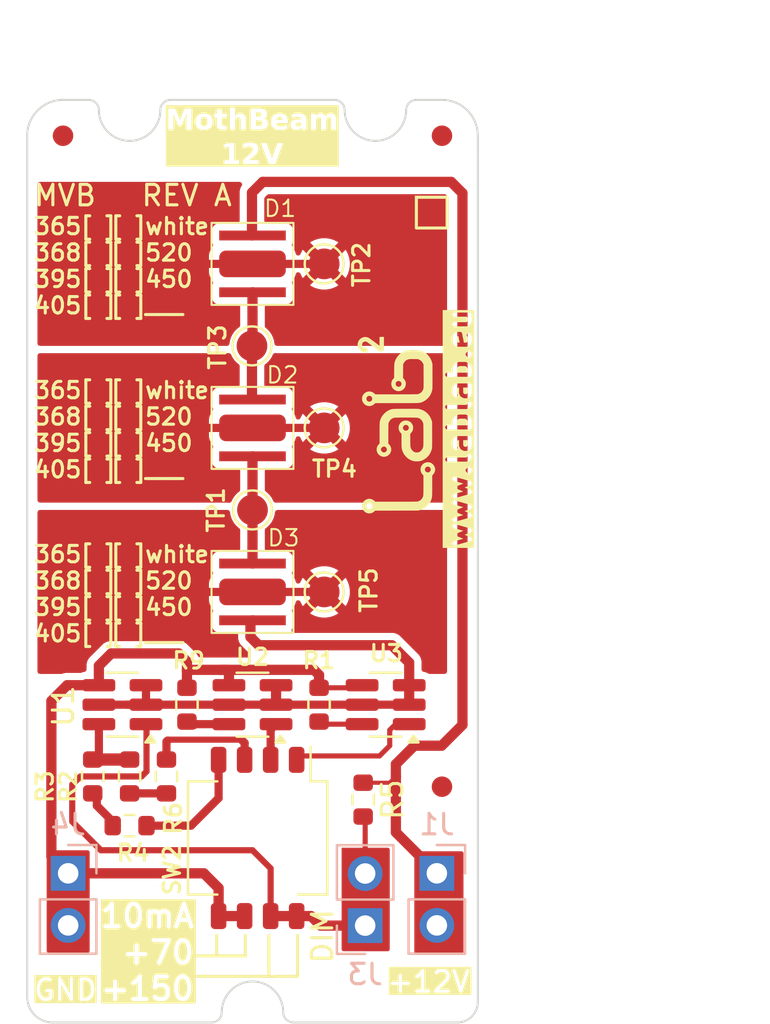
<source format=kicad_pcb>
(kicad_pcb (version 20241229) (generator "pcbnew") (generator_version "9.0")
  (layers (0 "F.Cu" signal) (2 "B.Cu" signal) (13 "F.Paste" user) (15 "B.Paste" user) (5 "F.SilkS" user "F.Silkscreen") (7 "B.SilkS" user "B.Silkscreen") (1 "F.Mask" user) (3 "B.Mask" user) (25 "Edge.Cuts" user))
  (net 0 "")
  (net 1 "/LED-")
  (net 2 "Net-(D1-K)")
  (net 3 "Net-(D2-K)")
  (net 4 "Net-(U3-REXT)")
  (net 5 "/LED+")
  (net 6 "EN")
  (net 7 "GND")
  (net 8 "Net-(R4-Pad2)")
  (net 9 "Net-(U1-REXT)")
  (net 10 "Net-(U2-REXT)")
  (net 11 "/T1")
  (net 12 "/T2")
  (net 13 "/T3")
  (net 14 "Net-(R6-Pad2)")
  (net 15 "Net-(R2-Pad2)")
  (net 16 "Net-(R3-Pad2)")
  (net 17 "Net-(U2-EN)")
  (net 18 "Net-(U3-EN)")
  (footprint "Fiducial:Fiducial_1mm_Mask3mm" (layer "F.Cu") (at 124.25 31.75)
    (property "Reference" "FID3" (hide yes))
    (property "Value" "Fiducial")
    (pad "" smd circle (at 0 0) (size 1 1) (layers "F.Cu" "F.Mask"))
  )
  (footprint "Button_Switch_SMD:SW_DIP_SPSTx04_Slide_KingTek_DSHP04TS_W7.62mm_P1.27mm" (layer "F.Cu") (at 115.25 66 -90)
    (property "Reference" "SW2" (at 1.561519 4.176252 270) (layer "F.SilkS") (effects (font (size 0.8 0.8))))
    (property "Value" "SW_DIP_x04")
    (pad "1" smd roundrect (at -3.81 -1.905 270) (size 1.27 0.76) (layers "F.Cu" "F.Mask" "F.Paste") (net 18 "Net-(U3-EN)"))
    (pad "2" smd roundrect (at -3.81 -0.635 270) (size 1.27 0.76) (layers "F.Cu" "F.Mask" "F.Paste") (net 17 "Net-(U2-EN)"))
    (pad "3" smd roundrect (at -3.81 0.635 270) (size 1.27 0.76) (layers "F.Cu" "F.Mask" "F.Paste") (net 14 "Net-(R6-Pad2)"))
    (pad "4" smd roundrect (at -3.81 1.905 270) (size 1.27 0.76) (layers "F.Cu" "F.Mask" "F.Paste") (net 8 "Net-(R4-Pad2)"))
    (pad "5" smd roundrect (at 3.81 1.905 270) (size 1.27 0.76) (layers "F.Cu" "F.Mask" "F.Paste") (net 7 "GND"))
    (pad "6" smd roundrect (at 3.81 0.635 270) (size 1.27 0.76) (layers "F.Cu" "F.Mask" "F.Paste") (net 7 "GND"))
    (pad "7" smd roundrect (at 3.81 -0.635 270) (size 1.27 0.76) (layers "F.Cu" "F.Mask" "F.Paste") (net 6 "EN"))
    (pad "8" smd roundrect (at 3.81 -1.905 270) (size 1.27 0.76) (layers "F.Cu" "F.Mask" "F.Paste") (net 6 "EN"))
  )
  (footprint "Resistor_SMD:R_0603_1608Metric" (layer "F.Cu") (at 110.8 63 90)
    (property "Reference" "R6" (at -2.045853 0.332594 90) (layer "F.SilkS") (effects (font (size 0.8 0.8))))
    (property "Value" "5.1 1/3 W")
    (pad "1" smd roundrect (at -0.825 0 90) (size 0.8 0.95) (layers "F.Cu" "F.Mask" "F.Paste") (net 15 "Net-(R2-Pad2)"))
    (pad "2" smd roundrect (at 0.825 0 90) (size 0.8 0.95) (layers "F.Cu" "F.Mask" "F.Paste") (net 14 "Net-(R6-Pad2)"))
  )
  (footprint "Resistor_SMD:R_0603_1608Metric" (layer "F.Cu") (at 111.8 59.5 90)
    (property "Reference" "R9" (at 2.148261 0.08288 180) (layer "F.SilkS") (effects (font (size 0.8 0.8))))
    (property "Value" "5.1 1/3 W")
    (pad "1" smd roundrect (at -0.825 0 90) (size 0.8 0.95) (layers "F.Cu" "F.Mask" "F.Paste") (net 10 "Net-(U2-REXT)"))
    (pad "2" smd roundrect (at 0.825 0 90) (size 0.8 0.95) (layers "F.Cu" "F.Mask" "F.Paste") (net 7 "GND"))
  )
  (footprint "TestPoint:TestPoint_Pad_D1.5mm" (layer "F.Cu") (at 115 50)
    (property "Reference" "TP1" (at -1.780092 -0.000573 90) (layer "F.SilkS") (effects (font (size 0.8 0.8))))
    (property "Value" "LED2+")
    (pad "1" smd circle (at 0 0) (size 1.5 1.5) (layers "F.Cu" "F.Mask") (net 3 "Net-(D2-K)"))
  )
  (footprint "Fiducial:Fiducial_1mm_Mask3mm" (layer "F.Cu") (at 105.75 31.75)
    (property "Reference" "FID2" (hide yes))
    (property "Value" "Fiducial")
    (pad "" smd circle (at 0 0) (size 1 1) (layers "F.Cu" "F.Mask"))
  )
  (footprint "Fiducial:Fiducial_1mm_Mask3mm" (layer "F.Cu") (at 124.25 63.5)
    (property "Reference" "FID1" (hide yes))
    (property "Value" "Fiducial")
    (pad "" smd circle (at 0 0) (size 1 1) (layers "F.Cu" "F.Mask"))
  )
  (footprint "TestPoint:TestPoint_Pad_D1.5mm" (layer "F.Cu") (at 118.5 38)
    (property "Reference" "TP2" (at 1.824034 0.037733 90) (layer "F.SilkS") (effects (font (size 0.8 0.8))))
    (property "Value" "LED2+")
    (pad "1" smd circle (at 0 0) (size 1.5 1.5) (layers "F.Cu" "F.Mask") (net 11 "/T1"))
  )
  (footprint "TestPoint:TestPoint_Pad_D1.5mm" (layer "F.Cu") (at 118.5 54)
    (property "Reference" "TP5" (at 2.17711 -0.087697 90) (layer "F.SilkS") (effects (font (size 0.8 0.8))))
    (property "Value" "LED2+")
    (pad "1" smd circle (at 0 0) (size 1.5 1.5) (layers "F.Cu" "F.Mask") (net 13 "/T3"))
  )
  (footprint "Package_TO_SOT_SMD:SC-74-6_1.55x2.9mm_P0.95mm" (layer "F.Cu") (at 108.65 59.5 180)
    (property "Reference" "U1" (at 2.88443 -0.071456 270) (layer "F.SilkS"))
    (property "Value" "BCR421U")
    (pad "1" smd roundrect (at -1.15 -0.95 180) (size 1.6 0.6) (layers "F.Cu" "F.Mask" "F.Paste") (net 6 "EN"))
    (pad "2" smd roundrect (at -1.15 0 180) (size 1.6 0.6) (layers "F.Cu" "F.Mask" "F.Paste") (net 1 "/LED-"))
    (pad "3" smd roundrect (at -1.15 0.95 180) (size 1.6 0.6) (layers "F.Cu" "F.Mask" "F.Paste") (net 1 "/LED-"))
    (pad "4" smd roundrect (at 1.15 0.95 180) (size 1.6 0.6) (layers "F.Cu" "F.Mask" "F.Paste") (net 7 "GND"))
    (pad "5" smd roundrect (at 1.15 0 180) (size 1.6 0.6) (layers "F.Cu" "F.Mask" "F.Paste") (net 1 "/LED-"))
    (pad "6" smd roundrect (at 1.15 -0.95 180) (size 1.6 0.6) (layers "F.Cu" "F.Mask" "F.Paste") (net 9 "Net-(U1-REXT)"))
  )
  (footprint "TestPoint:TestPoint_Pad_D1.5mm" (layer "F.Cu") (at 114.9746 42)
    (property "Reference" "TP3" (at -1.680943 0.058845 90) (layer "F.SilkS") (effects (font (size 0.8 0.8))))
    (property "Value" "LED2+")
    (pad "1" smd circle (at 0 0) (size 1.5 1.5) (layers "F.Cu" "F.Mask") (net 2 "Net-(D1-K)"))
  )
  (footprint "Resistor_SMD:R_0603_1608Metric" (layer "F.Cu") (at 118.25 59.5 90)
    (property "Reference" "R1" (at 2.159535 -0.014617 0) (layer "F.SilkS") (effects (font (size 0.8 0.8))))
    (property "Value" "5.1 1/3 W")
    (pad "1" smd roundrect (at -0.825 0 90) (size 0.8 0.95) (layers "F.Cu" "F.Mask" "F.Paste") (net 4 "Net-(U3-REXT)"))
    (pad "2" smd roundrect (at 0.825 0 90) (size 0.8 0.95) (layers "F.Cu" "F.Mask" "F.Paste") (net 7 "GND"))
  )
  (footprint "Resistor_SMD:R_0603_1608Metric" (layer "F.Cu") (at 109 65.4)
    (property "Reference" "R4" (at 0.163927 1.335956 0) (layer "F.SilkS") (effects (font (size 0.8 0.8))))
    (property "Value" "5.1 1/3 W")
    (pad "1" smd roundrect (at -0.825 0) (size 0.8 0.95) (layers "F.Cu" "F.Mask" "F.Paste") (net 16 "Net-(R3-Pad2)"))
    (pad "2" smd roundrect (at 0.825 0) (size 0.8 0.95) (layers "F.Cu" "F.Mask" "F.Paste") (net 8 "Net-(R4-Pad2)"))
  )
  (footprint "Resistor_SMD:R_0603_1608Metric" (layer "F.Cu") (at 120.402231 64.131234 -90)
    (property "Reference" "R5" (at 0 -1.43 270) (layer "F.SilkS"))
    (property "Value" "5.1 1/3 W")
    (pad "1" smd roundrect (at -0.825 0 270) (size 0.8 0.95) (layers "F.Cu" "F.Mask" "F.Paste") (net 5 "/LED+"))
    (pad "2" smd roundrect (at 0.825 0 270) (size 0.8 0.95) (layers "F.Cu" "F.Mask" "F.Paste") (net 6 "EN"))
  )
  (footprint "Library:Wuerth_HP_Ceramic" (layer "F.Cu") (at 115 38 90)
    (property "Reference" "D1" (at 2.702692 1.343459 0) (layer "F.SilkS") (effects (font (size 0.8 0.8) (thickness 0.1))))
    (property "Value" "LED1")
    (pad "1" smd custom (at -1.385 0 90) (size 0.48 3.25) (layers "F.Cu" "F.Mask" "F.Paste") (net 2 "Net-(D1-K)") (options (clearance outline) (anchor rect)) (primitives (gr_bbox (start -0.75 -0.25) (end 0 0.25) (fill yes))))
    (pad "2" smd custom (at 1.385 0 90) (size 0.48 3.25) (layers "F.Cu" "F.Mask" "F.Paste") (net 5 "/LED+") (options (clearance outline) (anchor rect)) (primitives (gr_bbox (start 0 -0.25) (end 0.75 0.25) (fill yes))))
    (pad "3" smd roundrect (at 0 0 90) (size 1.3 3.25) (layers "F.Cu" "F.Mask" "F.Paste") (net 11 "/T1"))
  )
  (footprint "Package_TO_SOT_SMD:SC-74-6_1.55x2.9mm_P0.95mm" (layer "F.Cu") (at 115 59.5 180)
    (property "Reference" "U2" (at 0 2.324799 180) (layer "F.SilkS") (effects (font (size 0.8 0.8))))
    (property "Value" "BCR421U")
    (pad "1" smd roundrect (at -1.15 -0.95 180) (size 1.6 0.6) (layers "F.Cu" "F.Mask" "F.Paste") (net 17 "Net-(U2-EN)"))
    (pad "2" smd roundrect (at -1.15 0 180) (size 1.6 0.6) (layers "F.Cu" "F.Mask" "F.Paste") (net 1 "/LED-"))
    (pad "3" smd roundrect (at -1.15 0.95 180) (size 1.6 0.6) (layers "F.Cu" "F.Mask" "F.Paste") (net 1 "/LED-"))
    (pad "4" smd roundrect (at 1.15 0.95 180) (size 1.6 0.6) (layers "F.Cu" "F.Mask" "F.Paste") (net 7 "GND"))
    (pad "5" smd roundrect (at 1.15 0 180) (size 1.6 0.6) (layers "F.Cu" "F.Mask" "F.Paste") (net 1 "/LED-"))
    (pad "6" smd roundrect (at 1.15 -0.95 180) (size 1.6 0.6) (layers "F.Cu" "F.Mask" "F.Paste") (net 10 "Net-(U2-REXT)"))
  )
  (footprint "Library:logo_10mm_5mm" (layer "F.Cu") (at 122 46 90)
    (property "Reference" "H1" (hide yes))
    (property "Value" "LabLab Logo" (hide yes))
  )
  (footprint "Resistor_SMD:R_0603_1608Metric" (layer "F.Cu") (at 107.2 63 -90)
    (property "Reference" "R3" (at 0.499427 2.331831 270) (layer "F.SilkS") (effects (font (size 0.8 0.8))))
    (property "Value" "5.1 1/3 W")
    (pad "1" smd roundrect (at -0.825 0 270) (size 0.8 0.95) (layers "F.Cu" "F.Mask" "F.Paste") (net 9 "Net-(U1-REXT)"))
    (pad "2" smd roundrect (at 0.825 0 270) (size 0.8 0.95) (layers "F.Cu" "F.Mask" "F.Paste") (net 16 "Net-(R3-Pad2)"))
  )
  (footprint "Library:Wuerth_HP_Ceramic" (layer "F.Cu") (at 115 46 90)
    (property "Reference" "D2" (at 2.578462 1.460769 0) (layer "F.SilkS") (effects (font (size 0.8 0.8) (thickness 0.1))))
    (property "Value" "LED2")
    (pad "1" smd custom (at -1.385 0 90) (size 0.48 3.25) (layers "F.Cu" "F.Mask" "F.Paste") (net 3 "Net-(D2-K)") (options (clearance outline) (anchor rect)) (primitives (gr_bbox (start -0.75 -0.25) (end 0 0.25) (fill yes))))
    (pad "2" smd custom (at 1.385 0 90) (size 0.48 3.25) (layers "F.Cu" "F.Mask" "F.Paste") (net 2 "Net-(D1-K)") (options (clearance outline) (anchor rect)) (primitives (gr_bbox (start 0 -0.25) (end 0.75 0.25) (fill yes))))
    (pad "3" smd roundrect (at 0 0 90) (size 1.3 3.25) (layers "F.Cu" "F.Mask" "F.Paste") (net 12 "/T2"))
  )
  (footprint "TestPoint:TestPoint_Pad_D1.5mm" (layer "F.Cu") (at 118.5 46)
    (property "Reference" "TP4" (at 0.5 2 0) (layer "F.SilkS") (effects (font (size 0.8 0.8))))
    (property "Value" "LED2+")
    (pad "1" smd circle (at 0 0) (size 1.5 1.5) (layers "F.Cu" "F.Mask") (net 12 "/T2"))
  )
  (footprint "Library:Wuerth_HP_Ceramic" (layer "F.Cu") (at 115 54 90)
    (property "Reference" "D3" (at 2.632404 1.515284 0) (layer "F.SilkS") (effects (font (size 0.8 0.8) (thickness 0.1))))
    (property "Value" "LED3")
    (pad "1" smd custom (at -1.385 0 90) (size 0.48 3.25) (layers "F.Cu" "F.Mask" "F.Paste") (net 1 "/LED-") (options (clearance outline) (anchor rect)) (primitives (gr_bbox (start -0.75 -0.25) (end 0 0.25) (fill yes))))
    (pad "2" smd custom (at 1.385 0 90) (size 0.48 3.25) (layers "F.Cu" "F.Mask" "F.Paste") (net 3 "Net-(D2-K)") (options (clearance outline) (anchor rect)) (primitives (gr_bbox (start 0 -0.25) (end 0.75 0.25) (fill yes))))
    (pad "3" smd roundrect (at 0 0 90) (size 1.3 3.25) (layers "F.Cu" "F.Mask" "F.Paste") (net 13 "/T3"))
  )
  (footprint "Resistor_SMD:R_0603_1608Metric" (layer "F.Cu") (at 109 63 -90)
    (property "Reference" "R2" (at 0.5 3 270) (layer "F.SilkS") (effects (font (size 0.8 0.8))))
    (property "Value" "5.1 1/3 W")
    (pad "1" smd roundrect (at -0.825 0 270) (size 0.8 0.95) (layers "F.Cu" "F.Mask" "F.Paste") (net 9 "Net-(U1-REXT)"))
    (pad "2" smd roundrect (at 0.825 0 270) (size 0.8 0.95) (layers "F.Cu" "F.Mask" "F.Paste") (net 15 "Net-(R2-Pad2)"))
  )
  (footprint "Package_TO_SOT_SMD:SC-74-6_1.55x2.9mm_P0.95mm" (layer "F.Cu") (at 121.5 59.5 180)
    (property "Reference" "U3" (at -0.033624 2.501337 180) (layer "F.SilkS") (effects (font (size 0.8 0.8))))
    (property "Value" "BCR421U")
    (pad "1" smd roundrect (at -1.15 -0.95 180) (size 1.6 0.6) (layers "F.Cu" "F.Mask" "F.Paste") (net 18 "Net-(U3-EN)"))
    (pad "2" smd roundrect (at -1.15 0 180) (size 1.6 0.6) (layers "F.Cu" "F.Mask" "F.Paste") (net 1 "/LED-"))
    (pad "3" smd roundrect (at -1.15 0.95 180) (size 1.6 0.6) (layers "F.Cu" "F.Mask" "F.Paste") (net 1 "/LED-"))
    (pad "4" smd roundrect (at 1.15 0.95 180) (size 1.6 0.6) (layers "F.Cu" "F.Mask" "F.Paste") (net 7 "GND"))
    (pad "5" smd roundrect (at 1.15 0 180) (size 1.6 0.6) (layers "F.Cu" "F.Mask" "F.Paste") (net 1 "/LED-"))
    (pad "6" smd roundrect (at 1.15 -0.95 180) (size 1.6 0.6) (layers "F.Cu" "F.Mask" "F.Paste") (net 4 "Net-(U3-REXT)"))
  )
  (footprint "Connector_PinHeader_2.54mm:PinHeader_1x02_P2.54mm_Vertical" (layer "B.Cu") (at 106 67.725 180)
    (property "Reference" "J4" (at 0 2.38 0) (layer "B.SilkS") (effects (justify mirror)))
    (property "Value" "GND")
    (pad "1" thru_hole rect (at 0 0 180) (size 1.7 1.7) (drill 1) (layers "*.Cu" "*.Mask") (net 7 "GND"))
    (pad "2" thru_hole circle (at 0 -2.54 180) (size 1.7 1.7) (drill 1) (layers "*.Cu" "*.Mask") (net 7 "GND"))
  )
  (footprint "Connector_PinHeader_2.54mm:PinHeader_1x02_P2.54mm_Vertical" (layer "B.Cu") (at 120.5 70.275)
    (property "Reference" "J3" (at 0 2.38 180) (layer "B.SilkS") (effects (justify mirror)))
    (property "Value" "EN")
    (pad "1" thru_hole rect (at 0 0) (size 1.7 1.7) (drill 1) (layers "*.Cu" "*.Mask") (net 6 "EN"))
    (pad "2" thru_hole circle (at 0 -2.54) (size 1.7 1.7) (drill 1) (layers "*.Cu" "*.Mask") (net 6 "EN"))
  )
  (footprint "Connector_PinHeader_2.54mm:PinHeader_1x02_P2.54mm_Vertical" (layer "B.Cu") (at 124 67.725 180)
    (property "Reference" "J1" (at 0 2.38 0) (layer "B.SilkS") (effects (justify mirror)))
    (property "Value" "+VDC")
    (pad "1" thru_hole rect (at 0 0 180) (size 1.7 1.7) (drill 1) (layers "*.Cu" "*.Mask") (net 5 "/LED+"))
    (pad "2" thru_hole circle (at 0 -2.54 180) (size 1.7 1.7) (drill 1) (layers "*.Cu" "*.Mask") (net 5 "/LED+"))
  )
  (gr_rect (start 105.05 66.7) (end 106.95 71.5) (stroke (width 0.2)) (fill yes) (layer "F.Cu") (net 7))
  (gr_rect (start 119.45 66.575) (end 121.6 71.425) (stroke (width 0.2)) (fill yes) (layer "F.Cu") (net 6))
  (gr_rect (start 123 66.75) (end 125.2 71.55) (stroke (width 0.2)) (fill yes) (layer "F.Cu") (net 5))
  (gr_line (start 112.25 71.75) (end 113.25 71.75) (stroke (width 0.15)) (layer "F.SilkS"))
  (gr_line (start 113.25 71.75) (end 114.65 71.75) (stroke (width 0.15)) (layer "F.SilkS"))
  (gr_rect (start 123 34.75) (end 124.5 36.25) (stroke (width 0.15)) (fill no) (layer "F.SilkS"))
  (gr_line (start 112.25 72.75) (end 116.05 72.75) (stroke (width 0.15)) (layer "F.SilkS"))
  (gr_line (start 113.25 71.75) (end 113.25 70.75) (stroke (width 0.15)) (layer "F.SilkS"))
  (gr_line (start 117.2 72.75) (end 117.2 70.75) (stroke (width 0.15)) (layer "F.SilkS"))
  (gr_line (start 115.8 72.75) (end 117.2 72.75) (stroke (width 0.15)) (layer "F.SilkS"))
  (gr_line (start 115.8 72.75) (end 115.8 70.75) (stroke (width 0.15)) (layer "F.SilkS"))
  (gr_line (start 114.65 71.75) (end 114.65 70.75) (stroke (width 0.15)) (layer "F.SilkS"))
  (gr_arc (start 119 30) (mid 119.353553 30.146447) (end 119.5 30.5) (stroke (width 0.1)) (layer "Edge.Cuts"))
  (gr_line (start 104 31.75) (end 104 73.75) (stroke (width 0.1)) (layer "Edge.Cuts"))
  (gr_line (start 107 30) (end 105.75 30) (stroke (width 0.1)) (layer "Edge.Cuts"))
  (gr_arc (start 107 30) (mid 107.353553 30.146447) (end 107.5 30.5) (stroke (width 0.1)) (layer "Edge.Cuts"))
  (gr_line (start 126 32.75) (end 126 31.75) (stroke (width 0.1)) (layer "Edge.Cuts"))
  (gr_line (start 105.25 75) (end 113 75) (stroke (width 0.1)) (layer "Edge.Cuts"))
  (gr_arc (start 126 74) (mid 125.707107 74.707107) (end 125 75) (stroke (width 0.1)) (layer "Edge.Cuts"))
  (gr_arc (start 122.5 30.5) (mid 122.646447 30.146447) (end 123 30) (stroke (width 0.1)) (layer "Edge.Cuts"))
  (gr_arc (start 110.5 30.5) (mid 109 32) (end 107.5 30.5) (stroke (width 0.1)) (layer "Edge.Cuts"))
  (gr_arc (start 122.5 30.5) (mid 121 32) (end 119.5 30.5) (stroke (width 0.1)) (layer "Edge.Cuts"))
  (gr_arc (start 117 75) (mid 116.646447 74.853553) (end 116.5 74.5) (stroke (width 0.1)) (layer "Edge.Cuts"))
  (gr_arc (start 110.5 30.5) (mid 110.646447 30.146447) (end 111 30) (stroke (width 0.1)) (layer "Edge.Cuts"))
  (gr_line (start 123 30) (end 124.25 30) (stroke (width 0.1)) (layer "Edge.Cuts"))
  (gr_arc (start 113.5 74.5) (mid 115 73) (end 116.5 74.5) (stroke (width 0.1)) (layer "Edge.Cuts"))
  (gr_line (start 111 30) (end 119 30) (stroke (width 0.1)) (layer "Edge.Cuts"))
  (gr_arc (start 124.25 30) (mid 125.487437 30.512563) (end 126 31.75) (stroke (width 0.1)) (layer "Edge.Cuts"))
  (gr_line (start 117 75) (end 125 75) (stroke (width 0.1)) (layer "Edge.Cuts"))
  (gr_line (start 126 74) (end 126 32.75) (stroke (width 0.1)) (layer "Edge.Cuts"))
  (gr_arc (start 105.25 75) (mid 104.366117 74.633883) (end 104 73.75) (stroke (width 0.1)) (layer "Edge.Cuts"))
  (gr_arc (start 104 31.75) (mid 104.512563 30.512563) (end 105.75 30) (stroke (width 0.1)) (layer "Edge.Cuts"))
  (gr_arc (start 113.5 74.5) (mid 113.353553 74.853553) (end 113 75) (stroke (width 0.1)) (layer "Edge.Cuts"))
  (gr_text "+12V" (at 121.5 73.6 0) (layer "F.SilkS" knockout) (effects (font (size 1 1)) (justify left bottom)))
  (gr_text "[ ]white\n[ ]520\n[ ]450\n[ ]___" (at 108 40.5 0) (layer "F.SilkS") (effects (font (size 0.8 0.8)) (justify left bottom)))
  (gr_text "GND" (at 104.25 74 0) (layer "F.SilkS" knockout) (effects (font (size 1 1)) (justify left bottom)))
  (gr_text "[ ]white\n[ ]520\n[ ]450\n[ ]___" (at 108 56.5 0) (layer "F.SilkS") (effects (font (size 0.8 0.8)) (justify left bottom)))
  (gr_text "DIM" (at 119 72.2 90) (layer "F.SilkS") (effects (font (size 1 1)) (justify left bottom)))
  (gr_text "365[ ]\n368[ ]\n395[ ]\n405[ ]\n" (at 104.25 40.5 0) (layer "F.SilkS") (effects (font (size 0.8 0.8)) (justify left bottom)))
  (gr_text "[ ]white\n[ ]520\n[ ]450\n[ ]___" (at 108 48.5 0) (layer "F.SilkS") (effects (font (size 0.8 0.8)) (justify left bottom)))
  (gr_text "10mA\n+70\n+150\n" (at 112.25 74 0) (layer "F.SilkS" knockout) (effects (font (size 1.1 1.1) (thickness 0.2) (bold yes)) (justify right bottom)))
  (gr_text "365[ ]\n368[ ]\n395[ ]\n405[ ]\n" (at 104.25 48.5 0) (layer "F.SilkS") (effects (font (size 0.8 0.8)) (justify left bottom)))
  (gr_text "REV A" (at 109.5 35.25 0) (layer "F.SilkS") (effects (font (size 1 1)) (justify left bottom)))
  (gr_text "365[ ]\n368[ ]\n395[ ]\n405[ ]\n" (at 104.25 56.5 0) (layer "F.SilkS") (effects (font (size 0.8 0.8)) (justify left bottom)))
  (gr_text "www.lablab.eu" (at 125.75 46 90) (layer "F.SilkS" knockout) (effects (font (size 1.1 1.1) (thickness 0.2) (bold yes)) (justify bottom)))
  (gr_text "MothBeam\n12V" (at 114.979734 33.297476 0) (layer "F.SilkS" knockout) (effects (font (size 1 1) (thickness 0.25) (bold yes)) (justify bottom)))
  (gr_text "MVB" (at 104.25 35.25 0) (layer "F.SilkS") (effects (font (size 1 1)) (justify left bottom)))
  (segment (start 122.65 59.5) (end 116.15 59.5) (width 0.4) (layer "F.Cu") (net 1))
  (segment (start 122.65 57.45) (end 121.8 56.6) (width 0.5) (layer "F.Cu") (net 1))
  (segment (start 114.9 55.485) (end 115 55.385) (width 0.5) (layer "F.Cu") (net 1))
  (segment (start 107.5 59.5) (end 109.8 59.5) (width 0.4) (layer "F.Cu") (net 1))
  (segment (start 109.8 58.55) (end 109.8 59.5) (width 0.4) (layer "F.Cu") (net 1))
  (segment (start 116.15 58.55) (end 116.15 59.5) (width 0.5) (layer "F.Cu") (net 1))
  (segment (start 113.85 59.5) (end 111.15 59.5) (width 0.4) (layer "F.Cu") (net 1))
  (segment (start 121.8 56.6) (end 115.3 56.6) (width 0.5) (layer "F.Cu") (net 1))
  (segment (start 122.65 59.5) (end 122.65 57.45) (width 0.5) (layer "F.Cu") (net 1))
  (segment (start 116.15 59.5) (end 113.85 59.5) (width 0.4) (layer "F.Cu") (net 1))
  (segment (start 114.9 56.2) (end 114.9 55.485) (width 0.5) (layer "F.Cu") (net 1))
  (segment (start 108.85 59.5) (end 111.15 59.5) (width 0.4) (layer "F.Cu") (net 1))
  (segment (start 115.3 56.6) (end 114.9 56.2) (width 0.5) (layer "F.Cu") (net 1))
  (segment (start 114.9746 42) (end 114.9746 44.5896) (width 0.5) (layer "F.Cu") (net 2))
  (segment (start 115 39.385) (end 115 41.9746) (width 0.5) (layer "F.Cu") (net 2))
  (segment (start 114.9746 44.5896) (end 115 44.615) (width 0.25) (layer "F.Cu") (net 2))
  (segment (start 115 41.9746) (end 114.9746 42) (width 0.25) (layer "F.Cu") (net 2))
  (segment (start 114.8588 49.4538) (end 114.9746 49.338) (width 0.25) (layer "F.Cu") (net 3))
  (segment (start 115 52.615) (end 115 50) (width 0.5) (layer "F.Cu") (net 3))
  (segment (start 115 47.385) (end 115 50) (width 0.5) (layer "F.Cu") (net 3))
  (segment (start 114.8334 49.4284) (end 114.8588 49.4538) (width 0.25) (layer "F.Cu") (net 3))
  (segment (start 120.2 60.45) (end 118.375 60.45) (width 0.25) (layer "F.Cu") (net 4))
  (segment (start 118.375 60.45) (end 118.25 60.325) (width 0.25) (layer "F.Cu") (net 4))
  (segment (start 124.23577 61.5) (end 122.9 61.5) (width 0.5) (layer "F.Cu") (net 5))
  (segment (start 120.708465 63) (end 120.402231 63.306234) (width 0.2) (layer "F.Cu") (net 5))
  (segment (start 121.693766 63.306234) (end 122 63) (width 0.2) (layer "F.Cu") (net 5))
  (segment (start 114.9746 36.615) (end 114.9746 34.5254) (width 0.5) (layer "F.Cu") (net 5))
  (segment (start 122.9 61.5) (end 122 62.4) (width 0.5) (layer "F.Cu") (net 5))
  (segment (start 124.7 34) (end 125.25 34.55) (width 0.5) (layer "F.Cu") (net 5))
  (segment (start 122 62.4) (end 122 63) (width 0.5) (layer "F.Cu") (net 5))
  (segment (start 125.25 34.55) (end 125.25 60.48577) (width 0.5) (layer "F.Cu") (net 5))
  (segment (start 122 63) (end 122 65.725) (width 0.5) (layer "F.Cu") (net 5))
  (segment (start 124 67.725) (end 124 70.265) (width 0.5) (layer "F.Cu") (net 5))
  (segment (start 122 65.725) (end 124 67.725) (width 0.5) (layer "F.Cu") (net 5))
  (segment (start 115.5 34) (end 124.7 34) (width 0.5) (layer "F.Cu") (net 5))
  (segment (start 125.25 60.48577) (end 124.23577 61.5) (width 0.5) (layer "F.Cu") (net 5))
  (segment (start 120.402231 63.306234) (end 121.693766 63.306234) (width 0.2) (layer "F.Cu") (net 5))
  (segment (start 114.9746 34.5254) (end 115.5 34) (width 0.5) (layer "F.Cu") (net 5))
  (segment (start 120.5 70.275) (end 120.5 67.735) (width 0.5) (layer "F.Cu") (net 6))
  (segment (start 107.6 66.6) (end 106.2 65.2) (width 0.3) (layer "F.Cu") (net 6))
  (segment (start 106.2 63.4) (end 106.6 63) (width 0.3) (layer "F.Cu") (net 6))
  (segment (start 117.8575 69.81) (end 117.155 69.81) (width 0.5) (layer "F.Cu") (net 6))
  (segment (start 109.583358 63) (end 109.825 62.758358) (width 0.3) (layer "F.Cu") (net 6))
  (segment (start 115.885 69.81) (end 115.885 67.485) (width 0.3) (layer "F.Cu") (net 6))
  (segment (start 106.6 63) (end 109.583358 63) (width 0.3) (layer "F.Cu") (net 6))
  (segment (start 115 66.6) (end 107.6 66.6) (width 0.3) (layer "F.Cu") (net 6))
  (segment (start 115.885 69.81) (end 117.155 69.81) (width 0.5) (layer "F.Cu") (net 6))
  (segment (start 120.805 70.455) (end 120.625 70.275) (width 0.25) (layer "F.Cu") (net 6))
  (segment (start 120.625 70.275) (end 120.5 70.275) (width 0.25) (layer "F.Cu") (net 6))
  (segment (start 118.3225 70.275) (end 117.8575 69.81) (width 0.5) (layer "F.Cu") (net 6))
  (segment (start 115.885 67.485) (end 115 66.6) (width 0.3) (layer "F.Cu") (net 6))
  (segment (start 120.5 70.275) (end 118.3225 70.275) (width 0.5) (layer "F.Cu") (net 6))
  (segment (start 109.825 60.475) (end 109.8 60.45) (width 0.3) (layer "F.Cu") (net 6))
  (segment (start 109.825 62.758358) (end 109.825 60.475) (width 0.3) (layer "F.Cu") (net 6))
  (segment (start 106.2 65.2) (end 106.2 63.4) (width 0.3) (layer "F.Cu") (net 6))
  (segment (start 120.5 67.735) (end 120.5 65.054003) (width 0.25) (layer "F.Cu") (net 6))
  (segment (start 120.5 65.054003) (end 120.402231 64.956234) (width 0.25) (layer "F.Cu") (net 6))
  (segment (start 120.075 58.675) (end 120.2 58.55) (width 0.25) (layer "F.Cu") (net 7))
  (segment (start 105.181099 66.906099) (end 106 67.725) (width 0.5) (layer "F.Cu") (net 7))
  (segment (start 111.8 57.8375) (end 111.8 58.675) (width 0.5) (layer "F.Cu") (net 7))
  (segment (start 111.8 57.8375) (end 111.8375 57.8) (width 0.5) (layer "F.Cu") (net 7))
  (segment (start 114.615 69.81) (end 113.345 69.81) (width 0.5) (layer "F.Cu") (net 7))
  (segment (start 113.8 57.8) (end 113.85 57.85) (width 0.5) (layer "F.Cu") (net 7))
  (segment (start 106 67.725) (end 106 70.265) (width 0.5) (layer "F.Cu") (net 7))
  (segment (start 108.1 57) (end 111.4 57) (width 0.5) (layer "F.Cu") (net 7))
  (segment (start 118.05 58.55) (end 118.25 58.35) (width 0.5) (layer "F.Cu") (net 7))
  (segment (start 111.8375 57.8) (end 113.8 57.8) (width 0.5) (layer "F.Cu") (net 7))
  (segment (start 105.181099 59.318901) (end 105.181099 66.906099) (width 0.5) (layer "F.Cu") (net 7))
  (segment (start 118.25 58.675) (end 120.075 58.675) (width 0.25) (layer "F.Cu") (net 7))
  (segment (start 112.625 67.725) (end 106 67.725) (width 0.5) (layer "F.Cu") (net 7))
  (segment (start 105.95 58.55) (end 105.181099 59.318901) (width 0.5) (layer "F.Cu") (net 7))
  (segment (start 118 57.8) (end 113.4 57.8) (width 0.5) (layer "F.Cu") (net 7))
  (segment (start 113.345 69.81) (end 113.345 68.445) (width 0.5) (layer "F.Cu") (net 7))
  (segment (start 107.5 57.6) (end 108.1 57) (width 0.5) (layer "F.Cu") (net 7))
  (segment (start 111.8 57.4) (end 111.8 57.8375) (width 0.5) (layer "F.Cu") (net 7))
  (segment (start 113.345 68.445) (end 112.625 67.725) (width 0.5) (layer "F.Cu") (net 7))
  (segment (start 107.5 58.55) (end 105.95 58.55) (width 0.5) (layer "F.Cu") (net 7))
  (segment (start 111.4 57) (end 111.8 57.4) (width 0.5) (layer "F.Cu") (net 7))
  (segment (start 118.25 58.05) (end 118 57.8) (width 0.5) (layer "F.Cu") (net 7))
  (segment (start 107.5 58.55) (end 107.5 57.6) (width 0.5) (layer "F.Cu") (net 7))
  (segment (start 118.25 58.35) (end 118.25 58.05) (width 0.5) (layer "F.Cu") (net 7))
  (segment (start 113.85 57.85) (end 113.85 58.55) (width 0.5) (layer "F.Cu") (net 7))
  (segment (start 113.345 64.055) (end 113.345 62.19) (width 0.4) (layer "F.Cu") (net 8))
  (segment (start 113.19 62.345) (end 113.19 62.4) (width 0.4) (layer "F.Cu") (net 8))
  (segment (start 112 65.4) (end 113.345 64.055) (width 0.4) (layer "F.Cu") (net 8))
  (segment (start 110.025 65.4) (end 112 65.4) (width 0.4) (layer "F.Cu") (net 8))
  (segment (start 107.5 62.175) (end 109 62.175) (width 0.6) (layer "F.Cu") (net 9))
  (segment (start 107.55 60.45) (end 107.5 60.5) (width 0.5) (layer "F.Cu") (net 9))
  (segment (start 107.5 60.45) (end 107.5 62.175) (width 0.4) (layer "F.Cu") (net 9))
  (segment (start 113.85 60.45) (end 112.125 60.45) (width 0.4) (layer "F.Cu") (net 10))
  (segment (start 112.125 60.45) (end 112 60.325) (width 0.5) (layer "F.Cu") (net 10))
  (segment (start 118.5 38) (end 115 38) (width 0.4) (layer "F.Cu") (net 11))
  (segment (start 115 38) (end 110.75 38) (width 0.4) (layer "F.Cu") (net 11))
  (segment (start 118.5 46) (end 115 46) (width 0.4) (layer "F.Cu") (net 12))
  (segment (start 115 46) (end 111.75 46) (width 0.4) (layer "F.Cu") (net 12))
  (segment (start 118.5 54) (end 115 54) (width 0.4) (layer "F.Cu") (net 13))
  (segment (start 115 54) (end 111.5 54) (width 0.4) (layer "F.Cu") (net 13))
  (segment (start 110.6 62.175) (end 110.8 61.975) (width 0.4) (layer "F.Cu") (net 14))
  (segment (start 114.455 61.205) (end 110.895 61.205) (width 0.3) (layer "F.Cu") (net 14))
  (segment (start 110.895 61.205) (end 110.85 61.25) (width 0.3) (layer "F.Cu") (net 14))
  (segment (start 110.8 61.975) (end 110.8 61.3) (width 0.4) (layer "F.Cu") (net 14))
  (segment (start 114.615 62.245) (end 114.46 62.4) (width 0.4) (layer "F.Cu") (net 14))
  (segment (start 114.615 61.365) (end 114.615 62.245) (width 0.4) (layer "F.Cu") (net 14))
  (segment (start 114.5 61.25) (end 114.455 61.205) (width 0.3) (layer "F.Cu") (net 14))
  (segment (start 110.8 61.3) (end 110.85 61.25) (width 0.4) (layer "F.Cu") (net 14))
  (segment (start 114.5 61.25) (end 114.615 61.365) (width 0.4) (layer "F.Cu") (net 14))
  (segment (start 109 63.825) (end 110.6 63.825) (width 0.4) (layer "F.Cu") (net 15))
  (segment (start 107.4 64.425) (end 108.375 65.4) (width 0.4) (layer "F.Cu") (net 16))
  (segment (start 107.4 63.825) (end 107.4 64.425) (width 0.4) (layer "F.Cu") (net 16))
  (segment (start 115.885 60.715) (end 115.885 62.245) (width 0.4) (layer "F.Cu") (net 17))
  (segment (start 116.15 60.45) (end 115.885 60.715) (width 0.4) (layer "F.Cu") (net 17))
  (segment (start 122.65 60.45) (end 122.5 60.45) (width 0.25) (layer "F.Cu") (net 18))
  (segment (start 121.2 62) (end 121.7 61.5) (width 0.25) (layer "F.Cu") (net 18))
  (segment (start 121.987599 60.45) (end 122.65 60.45) (width 0.25) (layer "F.Cu") (net 18))
  (segment (start 121.7 61.5) (end 121.7 60.737599) (width 0.25) (layer "F.Cu") (net 18))
  (segment (start 117.345 62) (end 121.2 62) (width 0.25) (layer "F.Cu") (net 18))
  (segment (start 121.7 60.737599) (end 121.987599 60.45) (width 0.25) (layer "F.Cu") (net 18))
  (segment (start 117.155 62.19) (end 117.345 62) (width 0.25) (layer "F.Cu") (net 18))
  (zone (net 12) (net_name "/T2") (layer "F.Cu") (connect_pads (clearance 0.35)) (min_thickness 0.25) (fill yes (thermal_gap 0.5) (thermal_bridge_width 0.5) (smoothing chamfer))
    (polygon (pts (xy 124.5 42) (xy 124.5 50) (xy 104.5 50) (xy 104.5 42)))
  )
  (zone (net 11) (net_name "/T1") (layer "F.Cu") (connect_pads (clearance 0.35)) (min_thickness 0.25) (fill yes (thermal_gap 0.5) (thermal_bridge_width 0.5) (smoothing chamfer))
    (polygon (pts (xy 124.5 34) (xy 124.5 42) (xy 104.5 42) (xy 104.5 34)))
  )
  (zone (net 13) (net_name "/T3") (layer "F.Cu") (connect_pads (clearance 0.35)) (min_thickness 0.25) (fill yes (thermal_gap 0.5) (thermal_bridge_width 0.5) (smoothing chamfer))
    (polygon (pts (xy 124.5 50) (xy 124.5 58) (xy 104.5 58) (xy 104.5 50)))
  )
)
</source>
